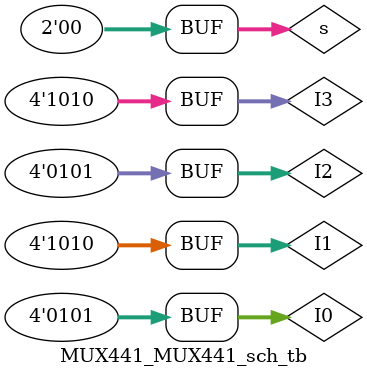
<source format=v>

`timescale 1ns / 1ps

module MUX441_MUX441_sch_tb();

// Inputs
   reg [1:0] s;
   reg [3:0] I0;
   reg [3:0] I1;
   reg [3:0] I2;
   reg [3:0] I3;

// Output
   wire [3:0] O;

// Bidirs

// Instantiate the UUT
   MUX441 UUT (
		.s(s), 
		.I0(I0), 
		.I1(I1), 
		.I2(I2), 
		.I3(I3), 
		.O(O)
   );
// Initialize Inputs
   //`ifdef auto_init
       initial begin
		s = 0;
		I0 = 1;
		I1 = 2;
		I2 =3;
		I3 = 4;
		#50
		s=1;
		#50
		s=2;
		#50
		s=3;
		#50
		s=0;
		#50
		s=1;
		#50
		s=2;
		#50
		s=3;
		#50
		I0=4'h5;
		I1=4'hA;
		I2=4'h5;
		I3=4'hA;
		#50
		s=0;
		#50
		s=1;
		#50
		s=2;
		#50
		s=3;
		#50
		s=0;
		
		end
   //`endif
endmodule

</source>
